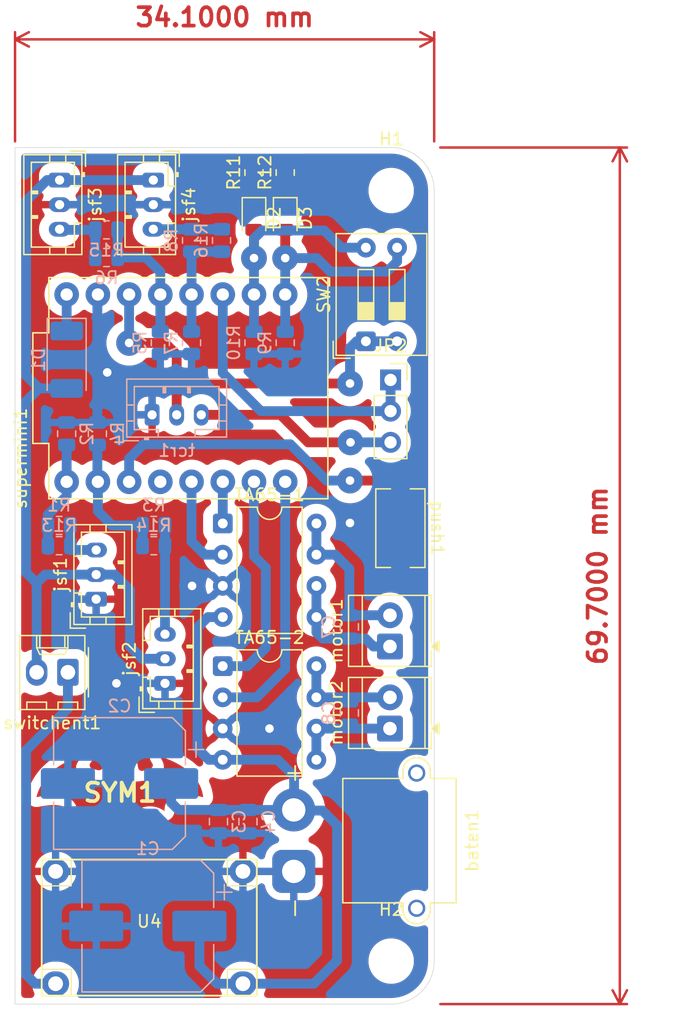
<source format=kicad_pcb>
(kicad_pcb (version 20241229) (generator "pcbnew") (generator_version "9.0")
  (layers (0 "F.Cu" signal) (2 "B.Cu" signal) (13 "F.Paste" user) (15 "B.Paste" user) (5 "F.SilkS" user "F.Silkscreen") (7 "B.SilkS" user "B.Silkscreen") (1 "F.Mask" user) (3 "B.Mask" user) (25 "Edge.Cuts" user))
  (net 0 "")
  (net 1 "GND")
  (net 2 "+5V")
  (net 3 "jsf1")
  (net 4 "jsf2")
  (net 5 "jsf3")
  (net 6 "jsf4")
  (net 7 "+3V3")
  (net 8 "Net-(motor1-Pin_2)")
  (net 9 "Net-(motor1-Pin_1)")
  (net 10 "Net-(motor2-Pin_1)")
  (net 11 "batV")
  (net 12 "Net-(motor2-Pin_2)")
  (net 13 "Net-(jsf1-Pin_3)")
  (net 14 "Net-(jsf2-Pin_3)")
  (net 15 "Net-(D1-K)")
  (net 16 "Net-(U4-OUT)")
  (net 17 "Fmotor2")
  (net 18 "Bmotor1")
  (net 19 "Fmotor1")
  (net 20 "Bmotor2")
  (net 21 "piso")
  (net 22 "Net-(JP2-A)")
  (net 23 "Net-(supermini1-GPIO7)")
  (net 24 "pin1")
  (net 26 "Net-(D2-K)")
  (net 27 "Net-(jsf3-Pin_3)")
  (net 28 "Net-(jsf4-Pin_3)")
  (net 29 "Net-(D3-K)")
  (net 30 "pin0")
  (footprint "icon huellas:logo batman minisumo" (layer "F.Cu") (at -108.316977 76.946553)
    (property "Reference" "SYM1")
    (property "Value" "SYM_EasterEgg_42x60mm" (hide yes))
  )
  (footprint "Connector_AMASS:AMASS_XT30PW-M_1x02_P2.50mm_Horizontal" (layer "F.Cu") (at -94.175 83.35 -90)
    (property "Reference" "baten1")
    (property "Value" "~")
  )
  (footprint "LED_SMD:LED_0805_2012Metric" (layer "F.Cu") (at -94.87 30.2125 -90)
    (property "Reference" "D3")
    (property "Value" "LED")
  )
  (footprint "Connector_PinSocket_2.54mm:PinSocket_1x03_P2.54mm_Vertical" (layer "F.Cu") (at -86.3 43.36)
    (property "Reference" "JP2")
    (property "Value" "~")
  )
  (footprint "TerminalBlock_TE-Connectivity:TerminalBlock_TE_282834-2_1x02_P2.54mm_Horizontal" (layer "F.Cu") (at -86.35 71.73 90)
    (property "Reference" "motor2")
    (property "Value" "~")
  )
  (footprint "MixLib:Mini360_step-down" (layer "F.Cu") (at -105.93 87.92 180)
    (property "Reference" "U4")
    (property "Value" "~")
  )
  (footprint "Resistor_SMD:R_0805_2012Metric" (layer "F.Cu") (at -94.87 26.4875 90)
    (property "Reference" "R12")
    (property "Value" "220")
  )
  (footprint "MountingHole:MountingHole_3.2mm_M3" (layer "F.Cu") (at -86.25 27.95)
    (property "Reference" "H1")
    (property "Value" "MountingHole")
  )
  (footprint "MountingHole:MountingHole_3.2mm_M3" (layer "F.Cu") (at -86.25 90.65)
    (property "Reference" "H2")
    (property "Value" "MountingHole")
  )
  (footprint "Button_Switch_THT:SW_DIP_SPSTx02_Slide_9.78x7.26mm_W7.62mm_P2.54mm" (layer "F.Cu") (at -88.3075 40.2175 90)
    (property "Reference" "SW2")
    (property "Value" "~")
  )
  (footprint "Connector_Molex:Molex_KK-254_AE-6410-02A_1x02_P2.54mm_Vertical" (layer "F.Cu") (at -112.55 67.15 180)
    (property "Reference" "switchent1")
    (property "Value" "~")
  )
  (footprint "TerminalBlock_TE-Connectivity:TerminalBlock_TE_282834-2_1x02_P2.54mm_Horizontal" (layer "F.Cu") (at -86.35 65.05 90)
    (property "Reference" "motor1")
    (property "Value" "~")
  )
  (footprint "LED_SMD:LED_0805_2012Metric" (layer "F.Cu") (at -97.41 30.2125 -90)
    (property "Reference" "D2")
    (property "Value" "LED")
  )
  (footprint "Connector_JST:JST_PH_B3B-PH-K_1x03_P2.00mm_Vertical" (layer "F.Cu") (at -113.225 27.1 -90)
    (property "Reference" "jsf3")
    (property "Value" "~")
  )
  (footprint "Connector_JST:JST_PH_B3B-PH-K_1x03_P2.00mm_Vertical" (layer "F.Cu") (at -105.6 27.1 -90)
    (property "Reference" "jsf4")
    (property "Value" "~")
  )
  (footprint "Connector_JST:JST_PH_B3B-PH-K_1x03_P2.00mm_Vertical" (layer "F.Cu") (at -104.65 68.05 90)
    (property "Reference" "jsf2")
    (property "Value" "~")
  )
  (footprint "Button_Switch_SMD:SW_Tactile_SPST_NO_Straight_CK_PTS636Sx25SMTRLFS" (layer "F.Cu") (at -85.5 55.425 -90)
    (property "Reference" "push1")
    (property "Value" "~")
  )
  (footprint "Connector_JST:JST_PH_B3B-PH-K_1x03_P2.00mm_Vertical" (layer "F.Cu") (at -110.25 61.2 90)
    (property "Reference" "jsf1")
    (property "Value" "~")
  )
  (footprint "Package_DIP:DIP-8_W7.62mm" (layer "F.Cu") (at -99.955 66.65)
    (property "Reference" "TA65-2")
    (property "Value" "~")
  )
  (footprint "Package_DIP:DIP-8_W7.62mm" (layer "F.Cu") (at -99.95 55.04)
    (property "Reference" "TA65-1")
    (property "Value" "~")
  )
  (footprint "Resistor_SMD:R_0805_2012Metric" (layer "F.Cu") (at -97.41 26.4875 90)
    (property "Reference" "R11")
    (property "Value" "220")
  )
  (footprint "MixLib:MODULE_ESP32-C3_SUPERMINI" (layer "F.Cu") (at -102.75 44.03 90)
    (property "Reference" "supermini1")
    (property "Value" "ESP32-C3_SUPERMINI" (hide yes))
  )
  (footprint "Resistor_SMD:R_0805_2012Metric" (layer "B.Cu") (at -113.2625 55.2 180)
    (property "Reference" "R1")
    (property "Value" "10k")
  )
  (footprint "Resistor_SMD:R_0805_2012Metric" (layer "B.Cu") (at -94.87 40.3375 -90)
    (property "Reference" "R9")
    (property "Value" "10k")
  )
  (footprint "Diode_SMD:D_2010_5025Metric_Pad1.52x2.65mm_HandSolder" (layer "B.Cu") (at -112.65 41.7125 -90)
    (property "Reference" "D1")
    (property "Value" "~")
  )
  (footprint "Resistor_SMD:R_0805_2012Metric" (layer "B.Cu") (at -105.5625 56.85 180)
    (property "Reference" "R14")
    (property "Value" "10k")
  )
  (footprint "Resistor_SMD:R_0805_2012Metric" (layer "B.Cu") (at -109.4125 31.15)
    (property "Reference" "R15")
    (property "Value" "10k")
  )
  (footprint "Resistor_SMD:R_0805_2012Metric" (layer "B.Cu") (at -97.41 40.3375 -90)
    (property "Reference" "R10")
    (property "Value" "10k")
  )
  (footprint "Resistor_SMD:R_0805_2012Metric" (layer "B.Cu") (at -113.2625 56.85 180)
    (property "Reference" "R13")
    (property "Value" "10k")
  )
  (footprint "Capacitor_SMD:C_0805_2012Metric" (layer "B.Cu") (at -97.9 79.3 90)
    (property "Reference" "C4")
    (property "Value" "104")
  )
  (footprint "Resistor_SMD:R_0805_2012Metric" (layer "B.Cu") (at -112.65 47.7375 90)
    (property "Reference" "R2")
    (property "Value" "10k")
  )
  (footprint "Capacitor_SMD:CP_Elec_10x10.5" (layer "B.Cu") (at -108.35 76.2 180)
    (property "Reference" "C2")
    (property "Value" "470uF")
  )
  (footprint "Resistor_SMD:R_0805_2012Metric" (layer "B.Cu") (at -109.4125 33.4)
    (property "Reference" "R6")
    (property "Value" "10k")
  )
  (footprint "Resistor_SMD:R_0805_2012Metric" (layer "B.Cu") (at -105.5625 55.2 180)
    (property "Reference" "R3")
    (property "Value" "10k")
  )
  (footprint "Resistor_SMD:R_0805_2012Metric" (layer "B.Cu") (at -102.49 40.3375 -90)
    (property "Reference" "R7")
    (property "Value" "10k")
  )
  (footprint "Resistor_SMD:R_0805_2012Metric" (layer "B.Cu") (at -100.05 32.0125 -90)
    (property "Reference" "R16")
    (property "Value" "10k")
  )
  (footprint "Resistor_SMD:R_0805_2012Metric" (layer "B.Cu") (at -105.03 40.3375 -90)
    (property "Reference" "R5")
    (property "Value" "10k")
  )
  (footprint "Resistor_SMD:R_0805_2012Metric" (layer "B.Cu") (at -110.15 47.7375 90)
    (property "Reference" "R4")
    (property "Value" "10k")
  )
  (footprint "Resistor_SMD:R_0805_2012Metric" (layer "B.Cu") (at -102.49 32.0125 -90)
    (property "Reference" "R8")
    (property "Value" "10k")
  )
  (footprint "Connector_JST:JST_PH_B3B-PH-K_1x03_P2.00mm_Vertical" (layer "B.Cu") (at -105.7 46.2)
    (property "Reference" "tcr1")
    (property "Value" "~")
  )
  (footprint "Capacitor_SMD:C_0805_2012Metric" (layer "B.Cu") (at -89.65 70.46 -90)
    (property "Reference" "C8")
    (property "Value" "104")
  )
  (footprint "Capacitor_SMD:CP_Elec_10x10.5" (layer "B.Cu") (at -106.0475 87.8 180)
    (property "Reference" "C1")
    (property "Value" "470uF")
  )
  (footprint "Capacitor_SMD:C_0805_2012Metric" (layer "B.Cu") (at -100.3 79.3 90)
    (property "Reference" "C3")
    (property "Value" "104")
  )
  (footprint "Capacitor_SMD:C_0805_2012Metric" (layer "B.Cu") (at -89.65 63.46 -90)
    (property "Reference" "C7")
    (property "Value" "104")
  )
  (gr_arc (start -86.25 24.45) (mid -83.775126 25.475126) (end -82.75 27.95) (stroke (width 0.05)) (layer "Edge.Cuts"))
  (gr_line (start -113.35 94.15) (end -86.25 94.15) (stroke (width 0.05)) (layer "Edge.Cuts"))
  (gr_line (start -116.85 94.15) (end -116.85 90.65) (stroke (width 0.05)) (layer "Edge.Cuts"))
  (gr_line (start -86.25 24.45) (end -116.85 24.45) (stroke (width 0.05)) (layer "Edge.Cuts"))
  (gr_line (start -82.75 90.65) (end -82.75 27.95) (stroke (width 0.05)) (layer "Edge.Cuts"))
  (gr_line (start -116.85 90.65) (end -116.85 24.45) (stroke (width 0.05)) (layer "Edge.Cuts"))
  (gr_arc (start -82.75 90.65) (mid -83.775126 93.124874) (end -86.25 94.15) (stroke (width 0.05)) (layer "Edge.Cuts"))
  (gr_line (start -113.35 94.15) (end -116.85 94.15) (stroke (width 0.05)) (layer "Edge.Cuts"))
  (dimension (type orthogonal) (layer "F.Cu") (pts (xy -82.75 24.45) (xy -82.75 94.15)) (height 15.1) (orientation 1) (format (prefix "") (suffix "") (units 3) (units_format 1) (precision 4)) (style (thickness 0.2) (arrow_length 1.27) (text_position_mode 0) (arrow_direction outward) (extension_height 0.58642) (extension_offset 0.5) (keep_text_aligned yes)) (gr_text "69,7000 mm" (at -69.45 59.3 90) (layer "F.Cu") (effects (font (size 1.5 1.5) (thickness 0.3)))))
  (dimension (type orthogonal) (layer "F.Cu") (pts (xy -116.85 24.45) (xy -82.75 24.45)) (height -8.8) (orientation 0) (format (prefix "") (suffix "") (units 3) (units_format 1) (precision 4)) (style (thickness 0.2) (arrow_length 1.27) (text_position_mode 0) (arrow_direction outward) (extension_height 0.58642) (extension_offset 0.5) (keep_text_aligned yes)) (gr_text "34,1000 mm" (at -99.8 13.85 0) (layer "F.Cu") (effects (font (size 1.5 1.5) (thickness 0.3)))))
  (via (at -89.6 55) (size 2.1) (drill 0.7) (layers "F.Cu" "B.Cu") (net 1))
  (via (at -109.35 42.75) (size 2.1) (drill 0.7) (layers "F.Cu" "B.Cu") (net 1))
  (via (at -102.45 60.12) (size 2.1) (drill 0.7) (layers "F.Cu" "B.Cu") (net 1))
  (via (at -108.6 68.05) (size 2.1) (drill 0.7) (layers "F.Cu" "B.Cu") (net 1))
  (via (at -96.15 71.73) (size 2.1) (drill 0.7) (layers "F.Cu" "B.Cu") (net 1))
  (segment (start -110.15 36.45) (end -110.15 46.825) (width 0.8) (layer "B.Cu") (net 1))
  (segment (start -110.11 36.41) (end -110.15 36.45) (width 0.8) (layer "B.Cu") (net 1))
  (segment (start -106.5 66.05) (end -104.65 66.05) (width 0.8) (layer "B.Cu") (net 2))
  (segment (start -107.5 60.45) (end -107.5 65.05) (width 0.8) (layer "B.Cu") (net 2))
  (segment (start -115.09 61.29) (end -115.09 67.15) (width 0.8) (layer "B.Cu") (net 2))
  (segment (start -115.09 60.49) (end -115.09 61.29) (width 0.8) (layer "B.Cu") (net 2))
  (segment (start -114.65 44.05) (end -114.9 44.05) (width 0.8) (layer "B.Cu") (net 2))
  (segment (start -108.75 59.2) (end -107.5 60.45) (width 0.8) (layer "B.Cu") (net 2))
  (segment (start -115.949 59.031) (end -115.09 59.89) (width 0.8) (layer "B.Cu") (net 2))
  (segment (start -110.25 59.2) (end -114.4 59.2) (width 0.8) (layer "B.Cu") (net 2))
  (segment (start -114.45 44.05) (end -114.65 44.05) (width 0.8) (layer "B.Cu") (net 2))
  (segment (start -115.09 60.19) (end -115.09 60.49) (width 0.8) (layer "B.Cu") (net 2))
  (segment (start -114.25 27.1) (end -115.95 28.8) (width 0.8) (layer "B.Cu") (net 2))
  (segment (start -113.85 44.05) (end -112.65 44.05) (width 0.8) (layer "B.Cu") (net 2))
  (segment (start -115.95 43) (end -114.9 44.05) (width 0.8) (layer "B.Cu") (net 2))
  (segment (start -110.25 59.2) (end -108.75 59.2) (width 0.8) (layer "B.Cu") (net 2))
  (segment (start -107.5 65.05) (end -106.5 66.05) (width 0.8) (layer "B.Cu") (net 2))
  (segment (start -115.95 28.8) (end -115.95 43) (width 0.8) (layer "B.Cu") (net 2))
  (segment (start -114.45 44.05) (end -113.85 44.05) (width 0.8) (layer "B.Cu") (net 2))
  (segment (start -114.9 44.05) (end -115.949 45.099) (width 0.8) (layer "B.Cu") (net 2))
  (segment (start -115.949 45.099) (end -115.949 59.031) (width 0.8) (layer "B.Cu") (net 2))
  (segment (start -115.09 59.89) (end -115.09 60.14) (width 0.8) (layer "B.Cu") (net 2))
  (segment (start -114.4 59.2) (end -115.09 59.89) (width 0.8) (layer "B.Cu") (net 2))
  (segment (start -115.09 60.14) (end -115.09 60.19) (width 0.8) (layer "B.Cu") (net 2))
  (segment (start -113.225 27.1) (end -105.6 27.1) (width 0.8) (layer "B.Cu") (net 2))
  (segment (start -113.225 27.1) (end -114.25 27.1) (width 0.8) (layer "B.Cu") (net 2))
  (segment (start -114.175 57.2) (end -114.175 55.2) (width 0.8) (layer "B.Cu") (net 3))
  (segment (start -114.175 55.2) (end -114.175 54.325) (width 0.8) (layer "B.Cu") (net 3))
  (segment (start -112.65 52.8) (end -112.65 51.65) (width 0.8) (layer "B.Cu") (net 3))
  (segment (start -112.65 48.65) (end -112.65 51.65) (width 0.8) (layer "B.Cu") (net 3))
  (segment (start -114.175 54.325) (end -112.65 52.8) (width 0.8) (layer "B.Cu") (net 3))
  (segment (start -106.475 55.2) (end -106.475 56.85) (width 0.8) (layer "B.Cu") (net 4))
  (segment (start -108.95 55.2) (end -106.475 55.2) (width 0.8) (layer "B.Cu") (net 4))
  (segment (start -110.11 54.04) (end -108.95 55.2) (width 0.8) (layer "B.Cu") (net 4))
  (segment (start -110.15 51.61) (end -110.11 51.65) (width 0.8) (layer "B.Cu") (net 4))
  (segment (start -110.15 48.65) (end -110.15 51.61) (width 0.8) (layer "B.Cu") (net 4))
  (segment (start -110.11 51.65) (end -110.11 54.04) (width 0.8) (layer "B.Cu") (net 4))
  (segment (start -108.5 33.4) (end -106.2 33.4) (width 0.8) (layer "B.Cu") (net 5))
  (segment (start -105.03 36.41) (end -105.03 39.425) (width 0.8) (layer "B.Cu") (net 5))
  (segment (start -108.5 31.15) (end -108.5 33.4) (width 0.8) (layer "B.Cu") (net 5))
  (segment (start -105.03 34.57) (end -105.03 36.41) (width 0.8) (layer "B.Cu") (net 5))
  (segment (start -106.2 33.4) (end -105.03 34.57) (width 0.8) (layer "B.Cu") (net 5))
  (segment (start -102.49 36.41) (end -102.49 39.425) (width 0.8) (layer "B.Cu") (net 6))
  (segment (start -102.5 36.4) (end -102.49 36.41) (width 0.8) (layer "B.Cu") (net 6))
  (segment (start -102.49 32.925) (end -102.49 36.41) (width 0.8) (layer "B.Cu") (net 6))
  (segment (start -102.49 32.925) (end -100.05 32.925) (width 0.8) (layer "B.Cu") (net 6))
  (segment (start -102.85 43.65) (end -89.6 43.65) (width 0.8) (layer "F.Cu") (net 7))
  (segment (start -102.85 43.65) (end -103.7 42.8) (width 0.8) (layer "F.Cu") (net 7))
  (segment (start -103.7 44.95) (end -103.7 46.2) (width 0.8) (layer "F.Cu") (net 7))
  (segment (start -103.7 44.5) (end -103.7 44.95) (width 0.8) (layer "F.Cu") (net 7))
  (segment (start -103.7 44.5) (end -102.85 43.65) (width 0.8) (layer "F.Cu") (net 7))
  (segment (start -103.7 42.8) (end -103.7 41.3) (width 0.8) (layer "F.Cu") (net 7))
  (segment (start -104.65 40.35) (end -107.57 40.35) (width 0.8) (layer "F.Cu") (net 7))
  (segment (start -103.7 41.3) (end -104.65 40.35) (width 0.8) (layer "F.Cu") (net 7))
  (via (at -89.6 43.65) (size 2.1) (drill 0.7) (layers "F.Cu" "B.Cu") (net 7))
  (via (at -107.57 40.35) (size 2.1) (drill 0.7) (layers "F.Cu" "B.Cu") (net 7))
  (segment (start -89.0675 40.2175) (end -88.3075 40.2175) (width 0.8) (layer "B.Cu") (net 7))
  (segment (start -88.3075 40.2175) (end -85.7675 40.2175) (width 0.8) (layer "B.Cu") (net 7))
  (segment (start -89.6 43.65) (end -89.6 40.75) (width 0.8) (layer "B.Cu") (net 7))
  (segment (start -107.57 36.41) (end -107.57 40.35) (width 0.8) (layer "B.Cu") (net 7))
  (segment (start -89.6 40.75) (end -89.0675 40.2175) (width 0.8) (layer "B.Cu") (net 7))
  (segment (start -89.65 62.51) (end -86.35 62.51) (width 0.8) (layer "B.Cu") (net 8))
  (segment (start -90.809315 57.58) (end -89.65 58.739315) (width 0.8) (layer "B.Cu") (net 8))
  (segment (start -92.33 55.04) (end -92.33 57.58) (width 0.8) (layer "B.Cu") (net 8))
  (segment (start -89.65 58.739315) (end -89.65 62.51) (width 0.8) (layer "B.Cu") (net 8))
  (segment (start -92.33 57.58) (end -90.809315 57.58) (width 0.8) (layer "B.Cu") (net 8))
  (segment (start -91.815869 64.41) (end -92.33 63.895869) (width 0.8) (layer "B.Cu") (net 9))
  (segment (start -89.65 64.41) (end -88.34 64.41) (width 0.8) (layer "B.Cu") (net 9))
  (segment (start -92.33 63.895869) (end -92.33 62.66) (width 0.8) (layer "B.Cu") (net 9))
  (segment (start -92.33 62.66) (end -92.33 60.12) (width 0.8) (layer "B.Cu") (net 9))
  (segment (start -88.34 64.41) (end -87.7 65.05) (width 0.8) (layer "B.Cu") (net 9))
  (segment (start -89.65 64.41) (end -91.815869 64.41) (width 0.8) (layer "B.Cu") (net 9))
  (segment (start -87.7 65.05) (end -86.35 65.05) (width 0.8) (layer "B.Cu") (net 9))
  (segment (start -92.335 71.73) (end -86.35 71.73) (width 0.8) (layer "B.Cu") (net 10))
  (segment (start -92.335 71.73) (end -92.335 74.27) (width 0.8) (layer "B.Cu") (net 10))
  (segment (start -101.08637 74.27) (end -101.999 73.35737) (width 0.8) (layer "B.Cu") (net 11))
  (segment (start -90.65 90.6) (end -90.65 79.6) (width 0.8) (layer "B.Cu") (net 11))
  (segment (start -100.3 78.35) (end -103.55 78.35) (width 0.8) (layer "B.Cu") (net 11))
  (segment (start -101.5675 87.8) (end -101.8475 88.08) (width 0.8) (layer "B.Cu") (net 11))
  (segment (start -92.54 92.49) (end -90.65 90.6) (width 0.8) (layer "B.Cu") (net 11))
  (segment (start -101.999 73.35737) (end -101.999 63.499) (width 0.8) (layer "B.Cu") (net 11))
  (segment (start -94.175 78.35) (end -97.9 78.35) (width 0.8) (layer "B.Cu") (net 11))
  (segment (start -103.55 78.35) (end -104.15 77.75) (width 0.8) (layer "B.Cu") (net 11))
  (segment (start -94.15 75.6) (end -95.48 74.27) (width 0.8) (layer "B.Cu") (net 11))
  (segment (start -100.41 92.49) (end -92.54 92.49) (width 0.8) (layer "B.Cu") (net 11))
  (segment (start -95.48 74.27) (end -99.955 74.27) (width 0.8) (layer "B.Cu") (net 11))
  (segment (start -91.85 78.4) (end -94.15 78.4) (width 0.8) (layer "B.Cu") (net 11))
  (segment (start -90.65 79.6) (end -91.85 78.4) (width 0.8) (layer "B.Cu") (net 11))
  (segment (start -101.8475 88.08) (end -101.8475 91.0525) (width 0.8) (layer "B.Cu") (net 11))
  (segment (start -94.15 78.4) (end -94.15 75.6) (width 0.8) (layer "B.Cu") (net 11))
  (segment (start -101.16 62.66) (end -99.95 62.66) (width 0.8) (layer "B.Cu") (net 11))
  (segment (start -101.8475 91.0525) (end -100.41 92.49) (width 0.8) (layer "B.Cu") (net 11))
  (segment (start -99.955 74.27) (end -101.08637 74.27) (width 0.8) (layer "B.Cu") (net 11))
  (segment (start -97.9 78.35) (end -100.3 78.35) (width 0.8) (layer "B.Cu") (net 11))
  (segment (start -101.999 63.499) (end -101.16 62.66) (width 0.8) (layer "B.Cu") (net 11))
  (segment (start -104.15 77.75) (end -104.15 76.2) (width 0.8) (layer "B.Cu") (net 11))
  (segment (start -92.335 66.65) (end -92.335 69.19) (width 0.8) (layer "B.Cu") (net 12))
  (segment (start -92.335 69.19) (end -86.35 69.19) (width 0.8) (layer "B.Cu") (net 12))
  (segment (start -110.25 57.2) (end -112.35 57.2) (width 0.8) (layer "B.Cu") (net 13))
  (segment (start -112.35 57.2) (end -112.35 55.2) (width 0.8) (layer "B.Cu") (net 13))
  (segment (start -104.65 56.85) (end -104.65 64.05) (width 0.8) (layer "B.Cu") (net 14))
  (segment (start -104.65 55.2) (end -104.65 56.85) (width 0.8) (layer "B.Cu") (net 14))
  (segment (start -112.65 36.41) (end -112.65 39.375) (width 0.8) (layer "B.Cu") (net 15))
  (segment (start -112.55 70.1) (end -115.949 73.499) (width 0.8) (layer "B.Cu") (net 16))
  (segment (start -115.21 92.49) (end -113.7 92.49) (width 0.8) (layer "B.Cu") (net 16))
  (segment (start -115.949 91.751) (end -115.21 92.49) (width 0.8) (layer "B.Cu") (net 16))
  (segment (start -115.949 73.499) (end -115.949 91.751) (width 0.8) (layer "B.Cu") (net 16))
  (segment (start -112.55 67.15) (end -112.55 70.1) (width 0.8) (layer "B.Cu") (net 16))
  (segment (start -113.7 92.49) (end -113.55 92.34) (width 0.8) (layer "B.Cu") (net 16))
  (segment (start -94.87 66.87) (end -94.87 51.65) (width 0.8) (layer "B.Cu") (net 17))
  (segment (start -97.19 69.19) (end -94.87 66.87) (width 0.8) (layer "B.Cu") (net 17))
  (segment (start -99.955 69.19) (end -97.19 69.19) (width 0.8) (layer "B.Cu") (net 17))
  (segment (start -99.95 51.65) (end -99.95 55.04) (width 0.8) (layer "B.Cu") (net 18))
  (segment (start -99.95 57.58) (end -101.42 57.58) (width 0.8) (layer "B.Cu") (net 19))
  (segment (start -101.42 57.58) (end -102.49 56.51) (width 0.8) (layer "B.Cu") (net 19))
  (segment (start -102.49 56.51) (end -102.49 51.65) (width 0.8) (layer "B.Cu") (net 19))
  (segment (start -99.955 66.65) (end -97.95 66.65) (width 0.8) (layer "B.Cu") (net 20))
  (segment (start -97.41 57.69) (end -97.41 51.65) (width 0.8) (layer "B.Cu") (net 20))
  (segment (start -96.448 65.148) (end -96.448 58.652) (width 0.8) (layer "B.Cu") (net 20))
  (segment (start -97.95 66.65) (end -96.448 65.148) (width 0.8) (layer "B.Cu") (net 20))
  (segment (start -96.448 58.652) (end -97.41 57.69) (width 0.8) (layer "B.Cu") (net 20))
  (segment (start -93.01 48.44) (end -95.25 46.2) (width 0.8) (layer "F.Cu") (net 21))
  (segment (start -89.56 48.44) (end -93.01 48.44) (width 0.8) (layer "F.Cu") (net 21))
  (segment (start -95.25 46.2) (end -101.7 46.2) (width 0.8) (layer "F.Cu") (net 21))
  (via (at -89.56 48.44) (size 2.1) (drill 0.7) (layers "F.Cu" "B.Cu") (net 21))
  (segment (start -89.56 48.44) (end -86.3 48.44) (width 0.8) (layer "B.Cu") (net 21))
  (segment (start -99.95 42.8) (end -96.85 45.9) (width 0.8) (layer "B.Cu") (net 22))
  (segment (start -99.95 36.41) (end -99.95 42.8) (width 0.8) (layer "B.Cu") (net 22))
  (segment (start -86.3 43.36) (end -86.3 45.9) (width 0.8) (layer "B.Cu") (net 22))
  (segment (start -96.85 45.9) (end -86.3 45.9) (width 0.8) (layer "B.Cu") (net 22))
  (segment (start -85.5 51.55) (end -89.6 51.55) (width 0.8) (layer "F.Cu") (net 23))
  (via (at -89.6 51.55) (size 2.1) (drill 0.7) (layers "F.Cu" "B.Cu") (net 23))
  (segment (start -91.5 51.55) (end -94.45 48.6) (width 0.8) (layer "B.Cu") (net 23))
  (segment (start -94.45 48.6) (end -106.4 48.6) (width 0.8) (layer "B.Cu") (net 23))
  (segment (start -106.4 48.6) (end -107.57 49.77) (width 0.8) (layer "B.Cu") (net 23))
  (segment (start -89.6 51.55) (end -91.5 51.55) (width 0.8) (layer "B.Cu") (net 23))
  (segment (start -107.57 49.77) (end -107.57 51.65) (width 0.8) (layer "B.Cu") (net 23))
  (segment (start -97.41 31.15) (end -97.41 33.44875) (width 0.8) (layer "F.Cu") (net 24))
  (via (at -97.41 33.44875) (size 2.1) (drill 0.7) (layers "F.Cu" "B.Cu") (net 24))
  (segment (start -97.41 33.44875) (end -97.41 31.86) (width 0.8) (layer "B.Cu") (net 24))
  (segment (start -97.41 36.41) (end -97.41 39.425) (width 0.8) (layer "B.Cu") (net 24))
  (segment (start -90.3025 32.5975) (end -88.3075 32.5975) (width 0.8) (layer "B.Cu") (net 24))
  (segment (start -97.41 31.86) (end -96.75 31.2) (width 0.8) (layer "B.Cu") (net 24))
  (segment (start -91.7 31.2) (end -90.3025 32.5975) (width 0.8) (layer "B.Cu") (net 24))
  (segment (start -97.41 33.44875) (end -97.41 36.41) (width 0.8) (layer "B.Cu") (net 24))
  (segment (start -96.75 31.2) (end -91.7 31.2) (width 0.8) (layer "B.Cu") (net 24))
  (segment (start -97.41 27.4) (end -97.41 29.275) (width 0.8) (layer "F.Cu") (net 26))
  (segment (start -110.325 31.15) (end -113.175 31.15) (width 0.8) (layer "B.Cu") (net 27))
  (segment (start -110.325 31.15) (end -110.325 33.4) (width 0.8) (layer "B.Cu") (net 27))
  (segment (start -102.49 31.1) (end -100.05 31.1) (width 0.8) (layer "B.Cu") (net 28))
  (segment (start -105.6 31.1) (end -102.49 31.1) (width 0.8) (layer "B.Cu") (net 28))
  (segment (start -102.5 31.09) (end -102.49 31.1) (width 0.8) (layer "B.Cu") (net 28))
  (segment (start -94.87 27.4) (end -94.87 29.275) (width 0.8) (layer "F.Cu") (net 29))
  (segment (start -94.87 31.15) (end -94.87 33.44875) (width 0.8) (layer "F.Cu") (net 30))
  (via (at -94.87 33.44875) (size 2.1) (drill 0.7) (layers "F.Cu" "B.Cu") (net 30))
  (segment (start -94.87 33.44875) (end -92.30125 33.44875) (width 0.8) (layer "B.Cu") (net 30))
  (segment (start -94.87 36.41) (end -94.87 39.425) (width 0.8) (layer "B.Cu") (net 30))
  (segment (start -86.58713 34.5485) (end -85.7675 33.72887) (width 0.8) (layer "B.Cu") (net 30))
  (segment (start -91.2015 34.5485) (end -86.58713 34.5485) (width 0.8) (layer "B.Cu") (net 30))
  (segment (start -94.87 33.44875) (end -94.87 36.41) (width 0.8) (layer "B.Cu") (net 30))
  (segment (start -92.30125 33.44875) (end -91.2015 34.5485) (width 0.8) (layer "B.Cu") (net 30))
  (segment (start -85.7675 33.72887) (end -85.7675 32.5975) (width 0.8) (layer "B.Cu") (net 30))
  (zone (net 1) (net_name "GND") (layers "F.Cu" "B.Cu") (connect_pads (clearance 0.8)) (min_thickness 0.6) (fill yes (thermal_gap 0.6) (thermal_bridge_width 0.6) (island_removal_mode 2) (island_area_min 10))
    (polygon (pts (xy -116.85 24.45) (xy -116.85 94.15) (xy -82.75 94.15) (xy -82.75 24.45)))
  )
)
</source>
